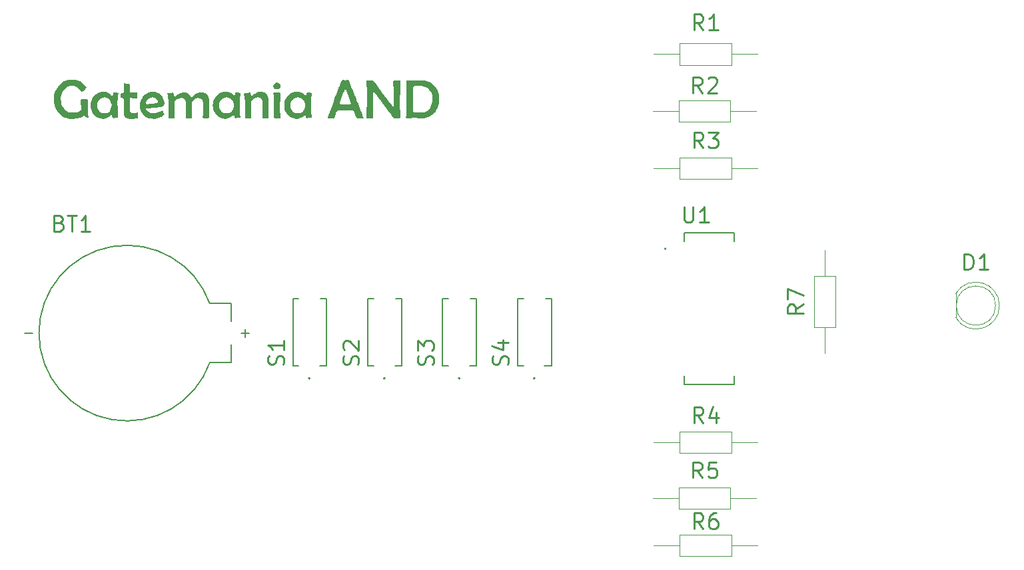
<source format=gbr>
%TF.GenerationSoftware,KiCad,Pcbnew,8.0.2*%
%TF.CreationDate,2024-05-23T15:12:35+02:00*%
%TF.ProjectId,gatemania_and,67617465-6d61-46e6-9961-5f616e642e6b,1.0*%
%TF.SameCoordinates,Original*%
%TF.FileFunction,Legend,Top*%
%TF.FilePolarity,Positive*%
%FSLAX46Y46*%
G04 Gerber Fmt 4.6, Leading zero omitted, Abs format (unit mm)*
G04 Created by KiCad (PCBNEW 8.0.2) date 2024-05-23 15:12:35*
%MOMM*%
%LPD*%
G01*
G04 APERTURE LIST*
%ADD10C,0.100000*%
%ADD11C,0.250000*%
%ADD12C,0.120000*%
%ADD13C,0.127000*%
%ADD14C,0.200000*%
G04 APERTURE END LIST*
D10*
G36*
X82061235Y-74493684D02*
G01*
X81975750Y-74571842D01*
X81737624Y-74481301D01*
X81725401Y-74475366D01*
X81504652Y-74357746D01*
X81473831Y-74337369D01*
X81228452Y-74470176D01*
X80966760Y-74575505D01*
X80688752Y-74653358D01*
X80444617Y-74697245D01*
X80189151Y-74722051D01*
X79976622Y-74728157D01*
X79729708Y-74716384D01*
X79436736Y-74668555D01*
X79161175Y-74583935D01*
X78903027Y-74462523D01*
X78662290Y-74304320D01*
X78438965Y-74109325D01*
X78313328Y-73974668D01*
X78135310Y-73744575D01*
X77987464Y-73499277D01*
X77869791Y-73238773D01*
X77782291Y-72963064D01*
X77724963Y-72672149D01*
X77700825Y-72428469D01*
X77695394Y-72239323D01*
X77704896Y-71982620D01*
X77733404Y-71736411D01*
X77795765Y-71443409D01*
X77887821Y-71166806D01*
X78009573Y-70906600D01*
X78161020Y-70662792D01*
X78303558Y-70479553D01*
X78513777Y-70262483D01*
X78742957Y-70082205D01*
X78991100Y-69938718D01*
X79258205Y-69832023D01*
X79544272Y-69762119D01*
X79786778Y-69732686D01*
X79976622Y-69726064D01*
X80238496Y-69741100D01*
X80495333Y-69786209D01*
X80747132Y-69861390D01*
X80993893Y-69966643D01*
X81226382Y-70098000D01*
X81434141Y-70251491D01*
X81617171Y-70427117D01*
X81775471Y-70624877D01*
X81820655Y-70721353D01*
X81670836Y-70925048D01*
X81575191Y-71029099D01*
X81400148Y-71206915D01*
X81291870Y-71289218D01*
X81104108Y-71111045D01*
X81081821Y-71086496D01*
X80906645Y-70905413D01*
X80713033Y-70744556D01*
X80662944Y-70710362D01*
X80444836Y-70594946D01*
X80199658Y-70523676D01*
X80010816Y-70507641D01*
X79738216Y-70533762D01*
X79487821Y-70612126D01*
X79259633Y-70742733D01*
X79053651Y-70925582D01*
X78945917Y-71053524D01*
X78798881Y-71280042D01*
X78687959Y-71523624D01*
X78613152Y-71784270D01*
X78574458Y-72061979D01*
X78568562Y-72228332D01*
X78587145Y-72510073D01*
X78642894Y-72777205D01*
X78735809Y-73029728D01*
X78865889Y-73267642D01*
X78956908Y-73397034D01*
X79122960Y-73583794D01*
X79335896Y-73752844D01*
X79569519Y-73869300D01*
X79823828Y-73933163D01*
X80018143Y-73946580D01*
X80288331Y-73929809D01*
X80548584Y-73879494D01*
X80798903Y-73795637D01*
X81039288Y-73678237D01*
X81172191Y-73596092D01*
X81150037Y-73339222D01*
X81125708Y-73065951D01*
X81113572Y-72930530D01*
X81089933Y-72669393D01*
X81075336Y-72424673D01*
X81072051Y-72268632D01*
X81147766Y-72210013D01*
X81343161Y-72218562D01*
X81539776Y-72227110D01*
X81738834Y-72219783D01*
X81937892Y-72212456D01*
X82009944Y-72326029D01*
X82005135Y-72581797D01*
X82001395Y-72698499D01*
X81994258Y-72948974D01*
X81992847Y-73069748D01*
X81996892Y-73346201D01*
X82007068Y-73624912D01*
X82020721Y-73891156D01*
X82038925Y-74182644D01*
X82057571Y-74444836D01*
X82061235Y-74493684D01*
G37*
G36*
X84263771Y-71312116D02*
G01*
X84501526Y-71380809D01*
X84722337Y-71495298D01*
X84926203Y-71655582D01*
X85092999Y-71839623D01*
X85108164Y-71855861D01*
X85128925Y-71866852D01*
X85187543Y-71617725D01*
X85256007Y-71383022D01*
X85284019Y-71367376D01*
X85541256Y-71383499D01*
X85630844Y-71391800D01*
X85873274Y-71427101D01*
X85912944Y-71445533D01*
X85903175Y-71507815D01*
X85864475Y-71752416D01*
X85826694Y-72031769D01*
X85798358Y-72295665D01*
X85779467Y-72544106D01*
X85769366Y-72814419D01*
X85768841Y-72887787D01*
X85782949Y-73162869D01*
X85798978Y-73456648D01*
X85813003Y-73711032D01*
X85829699Y-74012243D01*
X85843974Y-74268880D01*
X85854326Y-74454605D01*
X85857990Y-74503454D01*
X85766399Y-74604815D01*
X85516728Y-74623871D01*
X85481856Y-74628018D01*
X85236773Y-74649227D01*
X85198534Y-74650000D01*
X85098394Y-74415526D01*
X85033670Y-74181053D01*
X84848046Y-74321493D01*
X84652346Y-74473229D01*
X84470690Y-74584054D01*
X84232635Y-74682562D01*
X83978094Y-74726891D01*
X83927250Y-74728157D01*
X83646001Y-74703088D01*
X83384621Y-74627879D01*
X83143109Y-74502532D01*
X82921466Y-74327046D01*
X82803733Y-74204256D01*
X82635284Y-73977788D01*
X82508209Y-73735425D01*
X82422507Y-73477166D01*
X82378178Y-73203013D01*
X82371423Y-73039218D01*
X82372868Y-73013572D01*
X83157885Y-73013572D01*
X83189199Y-73278776D01*
X83283141Y-73518583D01*
X83422889Y-73714549D01*
X83607454Y-73878125D01*
X83841882Y-73988085D01*
X84083549Y-74024435D01*
X84109211Y-74024738D01*
X84369994Y-73987219D01*
X84599896Y-73874662D01*
X84782100Y-73707222D01*
X84926718Y-73491370D01*
X85011307Y-73251852D01*
X85036113Y-73013572D01*
X85011664Y-72768566D01*
X84928296Y-72525507D01*
X84785764Y-72310153D01*
X84605825Y-72142713D01*
X84374835Y-72030156D01*
X84109211Y-71992637D01*
X83864825Y-72023287D01*
X83627406Y-72127802D01*
X83440121Y-72287180D01*
X83422889Y-72306489D01*
X83272013Y-72525582D01*
X83183764Y-72769783D01*
X83157885Y-73013572D01*
X82372868Y-73013572D01*
X82386750Y-72767178D01*
X82432732Y-72513428D01*
X82509368Y-72277967D01*
X82637520Y-72026379D01*
X82807397Y-71799685D01*
X82988804Y-71626206D01*
X83226058Y-71469178D01*
X83451372Y-71373465D01*
X83696951Y-71313645D01*
X83962794Y-71289716D01*
X84009071Y-71289218D01*
X84263771Y-71312116D01*
G37*
G36*
X88365143Y-74024738D02*
G01*
X88352536Y-74276987D01*
X88351709Y-74287299D01*
X88332421Y-74530924D01*
X88330949Y-74553524D01*
X88319958Y-74650000D01*
X88255233Y-74670760D01*
X87999065Y-74705736D01*
X87747207Y-74721375D01*
X87480353Y-74727653D01*
X87369853Y-74728157D01*
X87096768Y-74702225D01*
X86849580Y-74606422D01*
X86661246Y-74410494D01*
X86578850Y-74163422D01*
X86566294Y-73990544D01*
X86568183Y-73727162D01*
X86572079Y-73474854D01*
X86577327Y-73211167D01*
X86579727Y-73102721D01*
X86584962Y-72857319D01*
X86589369Y-72611779D01*
X86592518Y-72357232D01*
X86593161Y-72213677D01*
X86452721Y-72061025D01*
X86202372Y-72057362D01*
X86131446Y-71818672D01*
X86130321Y-71750837D01*
X86143754Y-71523691D01*
X86253663Y-71415003D01*
X86422191Y-71411339D01*
X86579727Y-71272121D01*
X86575687Y-71018776D01*
X86571179Y-70859351D01*
X86564509Y-70603147D01*
X86562630Y-70442916D01*
X86626320Y-70203725D01*
X86659106Y-70195010D01*
X86925293Y-70225540D01*
X87193862Y-70259200D01*
X87303907Y-70273168D01*
X87383286Y-70350104D01*
X87374700Y-70600549D01*
X87361304Y-70808060D01*
X87345526Y-71061008D01*
X87339323Y-71267236D01*
X87432135Y-71367376D01*
X88256454Y-71367376D01*
X88313852Y-71413782D01*
X88301639Y-71563991D01*
X88290648Y-71717864D01*
X88293091Y-71896161D01*
X88296755Y-72075680D01*
X88201500Y-72148953D01*
X87945374Y-72130482D01*
X87785066Y-72109874D01*
X87542044Y-72080565D01*
X87369853Y-72070795D01*
X87328332Y-72263747D01*
X87316644Y-72511186D01*
X87312053Y-72757420D01*
X87311235Y-72937857D01*
X87311235Y-73442219D01*
X87324973Y-73689820D01*
X87366189Y-73848883D01*
X87561813Y-74007564D01*
X87705687Y-74024738D01*
X87956267Y-73996917D01*
X88018318Y-73985659D01*
X88267445Y-73949023D01*
X88323621Y-73946580D01*
X88365143Y-74024738D01*
G37*
G36*
X90521884Y-71311190D02*
G01*
X90773840Y-71377107D01*
X91005342Y-71486969D01*
X91216392Y-71640775D01*
X91327808Y-71748394D01*
X91492450Y-71953174D01*
X91616654Y-72176421D01*
X91700419Y-72418133D01*
X91743746Y-72678311D01*
X91750348Y-72835275D01*
X91672854Y-73070523D01*
X91530530Y-73165003D01*
X91259406Y-73215187D01*
X90989767Y-73248151D01*
X90709699Y-73278299D01*
X90462106Y-73303115D01*
X90182334Y-73329819D01*
X89870385Y-73358413D01*
X89526256Y-73388895D01*
X89404396Y-73399476D01*
X89500155Y-73629330D01*
X89685885Y-73812388D01*
X89737787Y-73847662D01*
X89967893Y-73962312D01*
X90211704Y-74018512D01*
X90328855Y-74024738D01*
X90594393Y-74005275D01*
X90848787Y-73946885D01*
X91092038Y-73849570D01*
X91324145Y-73713328D01*
X91435275Y-73633949D01*
X91470690Y-73641277D01*
X91591546Y-73862840D01*
X91598918Y-73876971D01*
X91710255Y-74095475D01*
X91719818Y-74121214D01*
X91664863Y-74199371D01*
X91465681Y-74379076D01*
X91246407Y-74521600D01*
X91007039Y-74626944D01*
X90747579Y-74695108D01*
X90468026Y-74726092D01*
X90370376Y-74728157D01*
X90082709Y-74711843D01*
X89817796Y-74662899D01*
X89575638Y-74581325D01*
X89356234Y-74467123D01*
X89159585Y-74320291D01*
X89099092Y-74264096D01*
X88938064Y-74079168D01*
X88792305Y-73835853D01*
X88703462Y-73603669D01*
X88647935Y-73349676D01*
X88625724Y-73073872D01*
X88625261Y-73025785D01*
X88640565Y-72782763D01*
X89394626Y-72782763D01*
X89517969Y-72852372D01*
X89784499Y-72843595D01*
X90038249Y-72821514D01*
X90311167Y-72785992D01*
X90560351Y-72744848D01*
X90734298Y-72711933D01*
X90933356Y-72617899D01*
X90869939Y-72372948D01*
X90708653Y-72183147D01*
X90501051Y-72052916D01*
X90254238Y-71994312D01*
X90201849Y-71992637D01*
X89956549Y-72032947D01*
X89734629Y-72153876D01*
X89640090Y-72236880D01*
X89481162Y-72444211D01*
X89400619Y-72689580D01*
X89394626Y-72782763D01*
X88640565Y-72782763D01*
X88641189Y-72772850D01*
X88688974Y-72532452D01*
X88784986Y-72267833D01*
X88924358Y-72020277D01*
X89078332Y-71821667D01*
X89264991Y-71640718D01*
X89466850Y-71497206D01*
X89721560Y-71377093D01*
X89996957Y-71307937D01*
X90249476Y-71289218D01*
X90521884Y-71311190D01*
G37*
G36*
X97432658Y-74526657D02*
G01*
X97353279Y-74657327D01*
X97196964Y-74647557D01*
X97036985Y-74636566D01*
X96862351Y-74643893D01*
X96686496Y-74650000D01*
X96615666Y-74496127D01*
X96619959Y-74250166D01*
X96626657Y-74046720D01*
X96635422Y-73798082D01*
X96638869Y-73596092D01*
X96638611Y-73311358D01*
X96637660Y-73044284D01*
X96635084Y-72784394D01*
X96631542Y-72672854D01*
X96590736Y-72418135D01*
X96487438Y-72208792D01*
X96254887Y-72093570D01*
X96009944Y-72070795D01*
X95764769Y-72126285D01*
X95539570Y-72255314D01*
X95522679Y-72267411D01*
X95339007Y-72433889D01*
X95231759Y-72660405D01*
X95230809Y-72672854D01*
X95222623Y-72923699D01*
X95218963Y-73189821D01*
X95217586Y-73443020D01*
X95217376Y-73605861D01*
X95222111Y-73852666D01*
X95230809Y-74087020D01*
X95239992Y-74337197D01*
X95244242Y-74568178D01*
X95183182Y-74657327D01*
X95002442Y-74647557D01*
X94822923Y-74636566D01*
X94660502Y-74643893D01*
X94499302Y-74650000D01*
X94430914Y-74554745D01*
X94434730Y-74296859D01*
X94440683Y-74082135D01*
X94448197Y-73835998D01*
X94451674Y-73609525D01*
X94451674Y-72820621D01*
X94438623Y-72572981D01*
X94375449Y-72324462D01*
X94358862Y-72293056D01*
X94168963Y-72126360D01*
X93927447Y-72072748D01*
X93860607Y-72070795D01*
X93607505Y-72119737D01*
X93382330Y-72223208D01*
X93345254Y-72244207D01*
X93144326Y-72387433D01*
X93016814Y-72603559D01*
X93015526Y-72627669D01*
X93015526Y-73582658D01*
X93016818Y-73833813D01*
X93019190Y-74071144D01*
X93021694Y-74322991D01*
X93022854Y-74554745D01*
X92943475Y-74650000D01*
X92304780Y-74650000D01*
X92236392Y-74555966D01*
X92236735Y-74302545D01*
X92237546Y-74030229D01*
X92238538Y-73772361D01*
X92238834Y-73702337D01*
X92240437Y-73435655D01*
X92241693Y-73178334D01*
X92242441Y-72925225D01*
X92242498Y-72849930D01*
X92236070Y-72569607D01*
X92216785Y-72289636D01*
X92184645Y-72010015D01*
X92139649Y-71730744D01*
X92108164Y-71571318D01*
X92098394Y-71498046D01*
X92128925Y-71445533D01*
X92385380Y-71425154D01*
X92500174Y-71415003D01*
X92746951Y-71380328D01*
X92840893Y-71369818D01*
X92867759Y-71367376D01*
X92940245Y-71612096D01*
X92944696Y-71645812D01*
X92988574Y-71891348D01*
X93008199Y-71924249D01*
X93180390Y-71778925D01*
X93383112Y-71628715D01*
X93585833Y-71512700D01*
X93822978Y-71418608D01*
X94078364Y-71370924D01*
X94169574Y-71367376D01*
X94445692Y-71390044D01*
X94681453Y-71458051D01*
X94905501Y-71594693D01*
X95074618Y-71793045D01*
X95175854Y-72012177D01*
X95349820Y-71819664D01*
X95552981Y-71654285D01*
X95704640Y-71559106D01*
X95935500Y-71449947D01*
X96185372Y-71382542D01*
X96371423Y-71367376D01*
X96630549Y-71384673D01*
X96880898Y-71446802D01*
X97104152Y-71570708D01*
X97250697Y-71728855D01*
X97357115Y-71973231D01*
X97404696Y-72213991D01*
X97423796Y-72469358D01*
X97425331Y-72575157D01*
X97420859Y-72821844D01*
X97418004Y-72917096D01*
X97412619Y-73167967D01*
X97411898Y-73257815D01*
X97414044Y-73502571D01*
X97418853Y-73765609D01*
X97421667Y-73892847D01*
X97427925Y-74158378D01*
X97431971Y-74407817D01*
X97432658Y-74526657D01*
G37*
G36*
X99773192Y-71312116D02*
G01*
X100010947Y-71380809D01*
X100231758Y-71495298D01*
X100435624Y-71655582D01*
X100602420Y-71839623D01*
X100617585Y-71855861D01*
X100638346Y-71866852D01*
X100696964Y-71617725D01*
X100765428Y-71383022D01*
X100793440Y-71367376D01*
X101050677Y-71383499D01*
X101140265Y-71391800D01*
X101382695Y-71427101D01*
X101422365Y-71445533D01*
X101412595Y-71507815D01*
X101373896Y-71752416D01*
X101336115Y-72031769D01*
X101307779Y-72295665D01*
X101288888Y-72544106D01*
X101278787Y-72814419D01*
X101278262Y-72887787D01*
X101292370Y-73162869D01*
X101308399Y-73456648D01*
X101322424Y-73711032D01*
X101339120Y-74012243D01*
X101353395Y-74268880D01*
X101363747Y-74454605D01*
X101367411Y-74503454D01*
X101275819Y-74604815D01*
X101026149Y-74623871D01*
X100991277Y-74628018D01*
X100746194Y-74649227D01*
X100707955Y-74650000D01*
X100607815Y-74415526D01*
X100543091Y-74181053D01*
X100357466Y-74321493D01*
X100161767Y-74473229D01*
X99980111Y-74584054D01*
X99742055Y-74682562D01*
X99487515Y-74726891D01*
X99436671Y-74728157D01*
X99155422Y-74703088D01*
X98894041Y-74627879D01*
X98652530Y-74502532D01*
X98430886Y-74327046D01*
X98313154Y-74204256D01*
X98144705Y-73977788D01*
X98017629Y-73735425D01*
X97931927Y-73477166D01*
X97887599Y-73203013D01*
X97880844Y-73039218D01*
X97882289Y-73013572D01*
X98667306Y-73013572D01*
X98698620Y-73278776D01*
X98792561Y-73518583D01*
X98932309Y-73714549D01*
X99116875Y-73878125D01*
X99351303Y-73988085D01*
X99592970Y-74024435D01*
X99618632Y-74024738D01*
X99879415Y-73987219D01*
X100109317Y-73874662D01*
X100291521Y-73707222D01*
X100436139Y-73491370D01*
X100520727Y-73251852D01*
X100545533Y-73013572D01*
X100521085Y-72768566D01*
X100437717Y-72525507D01*
X100295184Y-72310153D01*
X100115246Y-72142713D01*
X99884255Y-72030156D01*
X99618632Y-71992637D01*
X99374246Y-72023287D01*
X99136827Y-72127802D01*
X98949542Y-72287180D01*
X98932309Y-72306489D01*
X98781433Y-72525582D01*
X98693185Y-72769783D01*
X98667306Y-73013572D01*
X97882289Y-73013572D01*
X97896171Y-72767178D01*
X97942153Y-72513428D01*
X98018789Y-72277967D01*
X98146941Y-72026379D01*
X98316817Y-71799685D01*
X98498225Y-71626206D01*
X98735479Y-71469178D01*
X98960793Y-71373465D01*
X99206372Y-71313645D01*
X99472215Y-71289716D01*
X99518492Y-71289218D01*
X99773192Y-71312116D01*
G37*
G36*
X104988311Y-74581612D02*
G01*
X104918702Y-74657327D01*
X104673415Y-74655091D01*
X104580425Y-74653663D01*
X104333888Y-74650432D01*
X104243370Y-74650000D01*
X104181088Y-74552302D01*
X104184532Y-74293942D01*
X104190858Y-74046720D01*
X104197974Y-73799095D01*
X104201838Y-73549394D01*
X104201849Y-73538695D01*
X104200117Y-73288813D01*
X104198185Y-73133251D01*
X104195326Y-72884408D01*
X104194521Y-72727808D01*
X104178722Y-72470151D01*
X104108502Y-72225450D01*
X104082170Y-72181926D01*
X103869718Y-72034229D01*
X103618418Y-71993377D01*
X103572923Y-71992637D01*
X103322108Y-72050758D01*
X103095429Y-72157501D01*
X102886687Y-72296182D01*
X102773028Y-72490893D01*
X102773028Y-74570621D01*
X102708304Y-74657327D01*
X102455966Y-74654908D01*
X102377355Y-74653663D01*
X102127053Y-74650357D01*
X102047627Y-74650000D01*
X101975575Y-74570621D01*
X101976986Y-74305399D01*
X101979991Y-74040214D01*
X101983598Y-73789770D01*
X101984124Y-73756071D01*
X101987864Y-73500608D01*
X101990794Y-73253537D01*
X101992597Y-72990528D01*
X101992672Y-72936636D01*
X101987220Y-72665441D01*
X101970862Y-72402317D01*
X101943599Y-72147264D01*
X101905432Y-71900283D01*
X101847120Y-71622340D01*
X101837578Y-71583531D01*
X101827808Y-71538346D01*
X101872993Y-71490718D01*
X102120188Y-71450707D01*
X102265003Y-71427215D01*
X102507403Y-71388471D01*
X102652128Y-71367376D01*
X102680216Y-71421109D01*
X102716448Y-71666463D01*
X102759595Y-71836322D01*
X102966285Y-71684586D01*
X103176035Y-71537471D01*
X103229762Y-71500488D01*
X103452658Y-71389076D01*
X103692608Y-71314182D01*
X103927076Y-71289218D01*
X104189658Y-71307100D01*
X104441953Y-71371328D01*
X104664842Y-71499419D01*
X104808792Y-71662909D01*
X104908913Y-71891932D01*
X104959918Y-72138992D01*
X104981899Y-72403690D01*
X104984647Y-72551953D01*
X104980616Y-72800757D01*
X104978541Y-72879239D01*
X104974133Y-73128438D01*
X104973656Y-73207745D01*
X104975059Y-73452947D01*
X104978128Y-73706279D01*
X104980983Y-73895289D01*
X104984847Y-74158041D01*
X104987595Y-74415412D01*
X104988311Y-74581612D01*
G37*
G36*
X106513607Y-70550383D02*
G01*
X106458050Y-70793036D01*
X106249138Y-70949949D01*
X106043440Y-70976587D01*
X105791636Y-70934966D01*
X105603716Y-70756410D01*
X105565945Y-70550383D01*
X105642282Y-70310594D01*
X105713712Y-70235310D01*
X105939348Y-70126222D01*
X106043440Y-70116852D01*
X106282249Y-70174574D01*
X106374389Y-70238974D01*
X106502595Y-70448728D01*
X106513607Y-70550383D01*
G37*
G36*
X106489183Y-71433321D02*
G01*
X106483741Y-71696760D01*
X106472149Y-71960848D01*
X106458239Y-72210586D01*
X106456210Y-72244207D01*
X106442319Y-72497915D01*
X106431435Y-72743193D01*
X106424738Y-73004113D01*
X106424459Y-73057536D01*
X106426071Y-73305843D01*
X106429506Y-73553902D01*
X106434228Y-73819574D01*
X106439541Y-74084365D01*
X106443405Y-74330993D01*
X106445219Y-74576727D01*
X106382937Y-74650000D01*
X105712491Y-74650000D01*
X105641660Y-74507117D01*
X105643764Y-74250329D01*
X105648369Y-73983629D01*
X105652651Y-73784159D01*
X105658555Y-73531657D01*
X105663146Y-73274206D01*
X105664863Y-73057536D01*
X105658414Y-72791524D01*
X105644675Y-72526005D01*
X105628189Y-72275465D01*
X105625785Y-72241765D01*
X105608688Y-71987066D01*
X105595292Y-71741219D01*
X105587049Y-71480442D01*
X105586706Y-71427215D01*
X105658757Y-71367376D01*
X105849267Y-71385694D01*
X106043440Y-71402791D01*
X106236392Y-71385694D01*
X106430565Y-71367376D01*
X106489183Y-71433321D01*
G37*
G36*
X108849256Y-71312116D02*
G01*
X109087011Y-71380809D01*
X109307822Y-71495298D01*
X109511688Y-71655582D01*
X109678484Y-71839623D01*
X109693649Y-71855861D01*
X109714410Y-71866852D01*
X109773028Y-71617725D01*
X109841492Y-71383022D01*
X109869504Y-71367376D01*
X110126741Y-71383499D01*
X110216329Y-71391800D01*
X110458759Y-71427101D01*
X110498429Y-71445533D01*
X110488660Y-71507815D01*
X110449960Y-71752416D01*
X110412179Y-72031769D01*
X110383843Y-72295665D01*
X110364952Y-72544106D01*
X110354851Y-72814419D01*
X110354326Y-72887787D01*
X110368434Y-73162869D01*
X110384463Y-73456648D01*
X110398488Y-73711032D01*
X110415184Y-74012243D01*
X110429459Y-74268880D01*
X110439811Y-74454605D01*
X110443475Y-74503454D01*
X110351884Y-74604815D01*
X110102213Y-74623871D01*
X110067341Y-74628018D01*
X109822258Y-74649227D01*
X109784019Y-74650000D01*
X109683879Y-74415526D01*
X109619155Y-74181053D01*
X109433531Y-74321493D01*
X109237831Y-74473229D01*
X109056175Y-74584054D01*
X108818120Y-74682562D01*
X108563579Y-74726891D01*
X108512735Y-74728157D01*
X108231486Y-74703088D01*
X107970106Y-74627879D01*
X107728594Y-74502532D01*
X107506951Y-74327046D01*
X107389218Y-74204256D01*
X107220769Y-73977788D01*
X107093694Y-73735425D01*
X107007992Y-73477166D01*
X106963663Y-73203013D01*
X106956908Y-73039218D01*
X106958353Y-73013572D01*
X107743370Y-73013572D01*
X107774684Y-73278776D01*
X107868626Y-73518583D01*
X108008374Y-73714549D01*
X108192939Y-73878125D01*
X108427367Y-73988085D01*
X108669034Y-74024435D01*
X108694696Y-74024738D01*
X108955479Y-73987219D01*
X109185381Y-73874662D01*
X109367585Y-73707222D01*
X109512203Y-73491370D01*
X109596792Y-73251852D01*
X109621598Y-73013572D01*
X109597149Y-72768566D01*
X109513781Y-72525507D01*
X109371249Y-72310153D01*
X109191310Y-72142713D01*
X108960320Y-72030156D01*
X108694696Y-71992637D01*
X108450310Y-72023287D01*
X108212891Y-72127802D01*
X108025606Y-72287180D01*
X108008374Y-72306489D01*
X107857498Y-72525582D01*
X107769249Y-72769783D01*
X107743370Y-73013572D01*
X106958353Y-73013572D01*
X106972235Y-72767178D01*
X107018217Y-72513428D01*
X107094853Y-72277967D01*
X107223005Y-72026379D01*
X107392882Y-71799685D01*
X107574289Y-71626206D01*
X107811543Y-71469178D01*
X108036857Y-71373465D01*
X108282436Y-71313645D01*
X108548279Y-71289716D01*
X108594556Y-71289218D01*
X108849256Y-71312116D01*
G37*
G36*
X115193998Y-69868946D02*
G01*
X115292004Y-70111369D01*
X115390781Y-70361753D01*
X115492599Y-70621567D01*
X115582262Y-70851138D01*
X115683323Y-71110463D01*
X115795784Y-71399540D01*
X115919643Y-71718370D01*
X116008548Y-71947452D01*
X116133804Y-72268450D01*
X116250978Y-72568936D01*
X116360072Y-72848909D01*
X116461084Y-73108369D01*
X116554016Y-73347317D01*
X116678261Y-73667277D01*
X116784324Y-73941085D01*
X116897458Y-74234367D01*
X116993420Y-74485586D01*
X117042916Y-74621912D01*
X116959874Y-74650000D01*
X116769364Y-74642672D01*
X116578855Y-74635345D01*
X116382240Y-74642672D01*
X116186845Y-74650000D01*
X116045738Y-74446782D01*
X115959800Y-74192760D01*
X115941381Y-74129762D01*
X115857092Y-73880212D01*
X115724056Y-73663294D01*
X115637299Y-73633949D01*
X115387239Y-73629185D01*
X115132596Y-73627992D01*
X114975401Y-73627843D01*
X114431960Y-73627843D01*
X114179093Y-73628225D01*
X113930851Y-73629996D01*
X113785938Y-73633949D01*
X113617214Y-73838086D01*
X113532063Y-74099073D01*
X113523377Y-74130983D01*
X113450090Y-74381875D01*
X113356056Y-74608945D01*
X113308443Y-74650000D01*
X112536636Y-74650000D01*
X112467027Y-74604815D01*
X112515875Y-74459490D01*
X113128097Y-72772993D01*
X113999651Y-72772993D01*
X114199739Y-72919386D01*
X114260990Y-72926866D01*
X114521052Y-72930473D01*
X114596824Y-72930530D01*
X114950976Y-72930530D01*
X115209864Y-72914668D01*
X115434234Y-72806176D01*
X115441905Y-72768108D01*
X115382766Y-72520168D01*
X115295869Y-72266194D01*
X115205352Y-72022118D01*
X115132937Y-71833879D01*
X115043732Y-71606279D01*
X114948019Y-71368028D01*
X114851982Y-71138145D01*
X114743981Y-70899555D01*
X114710397Y-70833705D01*
X114583379Y-71165336D01*
X114468854Y-71465970D01*
X114366823Y-71735605D01*
X114277286Y-71974243D01*
X114177337Y-72244207D01*
X114083635Y-72504169D01*
X114005897Y-72741008D01*
X113999651Y-72772993D01*
X113128097Y-72772993D01*
X113357292Y-72141625D01*
X113451251Y-71900265D01*
X113551887Y-71646730D01*
X113658970Y-71378844D01*
X113759835Y-71127483D01*
X113874209Y-70843189D01*
X113968855Y-70608354D01*
X114002093Y-70525959D01*
X114099599Y-70288705D01*
X114194577Y-70042274D01*
X114263433Y-69857955D01*
X114352581Y-69770027D01*
X114545533Y-69787124D01*
X114737264Y-69804221D01*
X114924110Y-69785903D01*
X115108513Y-69766364D01*
X115193998Y-69868946D01*
G37*
G36*
X121726273Y-69879937D02*
G01*
X121724051Y-70135261D01*
X121718346Y-70416064D01*
X121710474Y-70703340D01*
X121701586Y-70980461D01*
X121698185Y-71079169D01*
X121689055Y-71365506D01*
X121681813Y-71623678D01*
X121675752Y-71889283D01*
X121671974Y-72145890D01*
X121671318Y-72280844D01*
X121671915Y-72552540D01*
X121673250Y-72822619D01*
X121675045Y-73097382D01*
X121677049Y-73361450D01*
X121677424Y-73408025D01*
X121679915Y-73676530D01*
X121682169Y-73956576D01*
X121683721Y-74200860D01*
X121684687Y-74462388D01*
X121684752Y-74536427D01*
X121599267Y-74650000D01*
X121444173Y-74640230D01*
X121290300Y-74629239D01*
X121121772Y-74640230D01*
X120953244Y-74650000D01*
X120805478Y-74532763D01*
X120659748Y-74335381D01*
X120500537Y-74120589D01*
X120327844Y-73888388D01*
X120141671Y-73638777D01*
X119942017Y-73371757D01*
X119728882Y-73087327D01*
X119579302Y-72888035D01*
X119423731Y-72681006D01*
X119262168Y-72466239D01*
X119094614Y-72243735D01*
X118921068Y-72013493D01*
X118741530Y-71775514D01*
X118556001Y-71529797D01*
X118398731Y-71326482D01*
X118284891Y-71190300D01*
X118250697Y-71331960D01*
X118251515Y-71591037D01*
X118253519Y-71853846D01*
X118256107Y-72101583D01*
X118259530Y-72375438D01*
X118263787Y-72675411D01*
X118267794Y-72934193D01*
X118271801Y-73192957D01*
X118276059Y-73492853D01*
X118279482Y-73766570D01*
X118282070Y-74014111D01*
X118284073Y-74276605D01*
X118284891Y-74535205D01*
X118216503Y-74650000D01*
X118036985Y-74640230D01*
X117858688Y-74629239D01*
X117675505Y-74640230D01*
X117491102Y-74650000D01*
X117405617Y-74580390D01*
X117408418Y-74335542D01*
X117415612Y-74066645D01*
X117425538Y-73791791D01*
X117436744Y-73526807D01*
X117441032Y-73432449D01*
X117453483Y-73158291D01*
X117463358Y-72911010D01*
X117471622Y-72656483D01*
X117476774Y-72410389D01*
X117477669Y-72280844D01*
X117475684Y-72029350D01*
X117470692Y-71740296D01*
X117465266Y-71494401D01*
X117458289Y-71215650D01*
X117451592Y-70968994D01*
X117445917Y-70770202D01*
X117438246Y-70517697D01*
X117427131Y-70246144D01*
X117415148Y-69988887D01*
X117411723Y-69919016D01*
X117408060Y-69873831D01*
X117491102Y-69817655D01*
X117742874Y-69810217D01*
X117841591Y-69804221D01*
X118023551Y-69804221D01*
X118201849Y-69804221D01*
X118308094Y-69889706D01*
X118463606Y-70102105D01*
X118633844Y-70333093D01*
X118818808Y-70582672D01*
X119018498Y-70850840D01*
X119232914Y-71137599D01*
X119384039Y-71339099D01*
X119541709Y-71548862D01*
X119705924Y-71766887D01*
X119876684Y-71993174D01*
X120053990Y-72227723D01*
X120237839Y-72470535D01*
X120428234Y-72721609D01*
X120625174Y-72980945D01*
X120726099Y-73113712D01*
X120860432Y-73267585D01*
X120879490Y-73008401D01*
X120884260Y-72758052D01*
X120884856Y-72605687D01*
X120882796Y-72353048D01*
X120877611Y-72086158D01*
X120870656Y-71823349D01*
X120861383Y-71529113D01*
X120851884Y-71259909D01*
X120842385Y-70990794D01*
X120834496Y-70743683D01*
X120827154Y-70476195D01*
X120821519Y-70204170D01*
X120818943Y-69946093D01*
X120818911Y-69917794D01*
X120887299Y-69804221D01*
X121074145Y-69815212D01*
X121262212Y-69824982D01*
X121457606Y-69815212D01*
X121654221Y-69804221D01*
X121726273Y-69879937D01*
G37*
G36*
X124302081Y-69811282D02*
G01*
X124571550Y-69832462D01*
X124822013Y-69867763D01*
X125108366Y-69931745D01*
X125365024Y-70017791D01*
X125591986Y-70125899D01*
X125789253Y-70256071D01*
X125986937Y-70432536D01*
X126161113Y-70637090D01*
X126311780Y-70869731D01*
X126424330Y-71096333D01*
X126438939Y-71130460D01*
X126533507Y-71389281D01*
X126601055Y-71654056D01*
X126641584Y-71924784D01*
X126655094Y-72201465D01*
X126641677Y-72498420D01*
X126601427Y-72782496D01*
X126534344Y-73053691D01*
X126440427Y-73312007D01*
X126319677Y-73557442D01*
X126172094Y-73789998D01*
X126105547Y-73879413D01*
X125910702Y-74101408D01*
X125699398Y-74285777D01*
X125471637Y-74432520D01*
X125227418Y-74541636D01*
X124966741Y-74613126D01*
X124689607Y-74646989D01*
X124574145Y-74650000D01*
X124315386Y-74645749D01*
X124057854Y-74637393D01*
X124035589Y-74636566D01*
X123774290Y-74627078D01*
X123521391Y-74621969D01*
X123498255Y-74621912D01*
X123249139Y-74627078D01*
X123012212Y-74636566D01*
X122759897Y-74645749D01*
X122526168Y-74650000D01*
X122440683Y-74563293D01*
X122443546Y-74290762D01*
X122449957Y-74018813D01*
X122458572Y-73741538D01*
X122468189Y-73474664D01*
X122469993Y-73427564D01*
X122479953Y-73156025D01*
X122487853Y-72911105D01*
X122494465Y-72659008D01*
X122498844Y-72388120D01*
X122499302Y-72286950D01*
X122498859Y-72235659D01*
X123299197Y-72235659D01*
X123301212Y-72490137D01*
X123305506Y-72744588D01*
X123311409Y-73017236D01*
X123316752Y-73261632D01*
X123321284Y-73521187D01*
X123323609Y-73782301D01*
X123323621Y-73798813D01*
X123536228Y-73929241D01*
X123735170Y-73949023D01*
X123996892Y-73946733D01*
X124237090Y-73946580D01*
X124489372Y-73936912D01*
X124738780Y-73900556D01*
X124866015Y-73864759D01*
X125090508Y-73751799D01*
X125280560Y-73596724D01*
X125383810Y-73483740D01*
X125529897Y-73279907D01*
X125645760Y-73059502D01*
X125731398Y-72822524D01*
X125786810Y-72568974D01*
X125811998Y-72298852D01*
X125813677Y-72205129D01*
X125798822Y-71936810D01*
X125754257Y-71687811D01*
X125664715Y-71421730D01*
X125534735Y-71181947D01*
X125391137Y-70997348D01*
X125184654Y-70809389D01*
X124949887Y-70667596D01*
X124686837Y-70571968D01*
X124438855Y-70526745D01*
X124216329Y-70514968D01*
X123957584Y-70514510D01*
X123712120Y-70510846D01*
X123725401Y-70507641D01*
X123480566Y-70538152D01*
X123323621Y-70655408D01*
X123321606Y-70913064D01*
X123317312Y-71170234D01*
X123311409Y-71445533D01*
X123306066Y-71692295D01*
X123301534Y-71954594D01*
X123299245Y-72201661D01*
X123299197Y-72235659D01*
X122498859Y-72235659D01*
X122497080Y-72029661D01*
X122492280Y-71785336D01*
X122484791Y-71502326D01*
X122476233Y-71228955D01*
X122471214Y-71081612D01*
X122462083Y-70794030D01*
X122454842Y-70534870D01*
X122448781Y-70268439D01*
X122445003Y-70011316D01*
X122444347Y-69876273D01*
X122533496Y-69804221D01*
X122781048Y-69806114D01*
X122913293Y-69807885D01*
X123157884Y-69810847D01*
X123293091Y-69811549D01*
X123550393Y-69809313D01*
X123649685Y-69807885D01*
X123894043Y-69804826D01*
X124013607Y-69804221D01*
X124302081Y-69811282D01*
G37*
D11*
X172912238Y-98333333D02*
X171959857Y-99000000D01*
X172912238Y-99476190D02*
X170912238Y-99476190D01*
X170912238Y-99476190D02*
X170912238Y-98714285D01*
X170912238Y-98714285D02*
X171007476Y-98523809D01*
X171007476Y-98523809D02*
X171102714Y-98428571D01*
X171102714Y-98428571D02*
X171293190Y-98333333D01*
X171293190Y-98333333D02*
X171578904Y-98333333D01*
X171578904Y-98333333D02*
X171769380Y-98428571D01*
X171769380Y-98428571D02*
X171864619Y-98523809D01*
X171864619Y-98523809D02*
X171959857Y-98714285D01*
X171959857Y-98714285D02*
X171959857Y-99476190D01*
X170912238Y-97666666D02*
X170912238Y-96333333D01*
X170912238Y-96333333D02*
X172912238Y-97190476D01*
X157769690Y-85912238D02*
X157769690Y-87531285D01*
X157769690Y-87531285D02*
X157864928Y-87721761D01*
X157864928Y-87721761D02*
X157960166Y-87817000D01*
X157960166Y-87817000D02*
X158150642Y-87912238D01*
X158150642Y-87912238D02*
X158531595Y-87912238D01*
X158531595Y-87912238D02*
X158722071Y-87817000D01*
X158722071Y-87817000D02*
X158817309Y-87721761D01*
X158817309Y-87721761D02*
X158912547Y-87531285D01*
X158912547Y-87531285D02*
X158912547Y-85912238D01*
X160912547Y-87912238D02*
X159769690Y-87912238D01*
X160341118Y-87912238D02*
X160341118Y-85912238D01*
X160341118Y-85912238D02*
X160150642Y-86197952D01*
X160150642Y-86197952D02*
X159960166Y-86388428D01*
X159960166Y-86388428D02*
X159769690Y-86483666D01*
X135317000Y-106023809D02*
X135412238Y-105738095D01*
X135412238Y-105738095D02*
X135412238Y-105261904D01*
X135412238Y-105261904D02*
X135317000Y-105071428D01*
X135317000Y-105071428D02*
X135221761Y-104976190D01*
X135221761Y-104976190D02*
X135031285Y-104880952D01*
X135031285Y-104880952D02*
X134840809Y-104880952D01*
X134840809Y-104880952D02*
X134650333Y-104976190D01*
X134650333Y-104976190D02*
X134555095Y-105071428D01*
X134555095Y-105071428D02*
X134459857Y-105261904D01*
X134459857Y-105261904D02*
X134364619Y-105642857D01*
X134364619Y-105642857D02*
X134269380Y-105833333D01*
X134269380Y-105833333D02*
X134174142Y-105928571D01*
X134174142Y-105928571D02*
X133983666Y-106023809D01*
X133983666Y-106023809D02*
X133793190Y-106023809D01*
X133793190Y-106023809D02*
X133602714Y-105928571D01*
X133602714Y-105928571D02*
X133507476Y-105833333D01*
X133507476Y-105833333D02*
X133412238Y-105642857D01*
X133412238Y-105642857D02*
X133412238Y-105166666D01*
X133412238Y-105166666D02*
X133507476Y-104880952D01*
X134078904Y-103166666D02*
X135412238Y-103166666D01*
X133317000Y-103642857D02*
X134745571Y-104119047D01*
X134745571Y-104119047D02*
X134745571Y-102880952D01*
X106817000Y-106023809D02*
X106912238Y-105738095D01*
X106912238Y-105738095D02*
X106912238Y-105261904D01*
X106912238Y-105261904D02*
X106817000Y-105071428D01*
X106817000Y-105071428D02*
X106721761Y-104976190D01*
X106721761Y-104976190D02*
X106531285Y-104880952D01*
X106531285Y-104880952D02*
X106340809Y-104880952D01*
X106340809Y-104880952D02*
X106150333Y-104976190D01*
X106150333Y-104976190D02*
X106055095Y-105071428D01*
X106055095Y-105071428D02*
X105959857Y-105261904D01*
X105959857Y-105261904D02*
X105864619Y-105642857D01*
X105864619Y-105642857D02*
X105769380Y-105833333D01*
X105769380Y-105833333D02*
X105674142Y-105928571D01*
X105674142Y-105928571D02*
X105483666Y-106023809D01*
X105483666Y-106023809D02*
X105293190Y-106023809D01*
X105293190Y-106023809D02*
X105102714Y-105928571D01*
X105102714Y-105928571D02*
X105007476Y-105833333D01*
X105007476Y-105833333D02*
X104912238Y-105642857D01*
X104912238Y-105642857D02*
X104912238Y-105166666D01*
X104912238Y-105166666D02*
X105007476Y-104880952D01*
X106912238Y-102976190D02*
X106912238Y-104119047D01*
X106912238Y-103547619D02*
X104912238Y-103547619D01*
X104912238Y-103547619D02*
X105197952Y-103738095D01*
X105197952Y-103738095D02*
X105388428Y-103928571D01*
X105388428Y-103928571D02*
X105483666Y-104119047D01*
X125817000Y-106023809D02*
X125912238Y-105738095D01*
X125912238Y-105738095D02*
X125912238Y-105261904D01*
X125912238Y-105261904D02*
X125817000Y-105071428D01*
X125817000Y-105071428D02*
X125721761Y-104976190D01*
X125721761Y-104976190D02*
X125531285Y-104880952D01*
X125531285Y-104880952D02*
X125340809Y-104880952D01*
X125340809Y-104880952D02*
X125150333Y-104976190D01*
X125150333Y-104976190D02*
X125055095Y-105071428D01*
X125055095Y-105071428D02*
X124959857Y-105261904D01*
X124959857Y-105261904D02*
X124864619Y-105642857D01*
X124864619Y-105642857D02*
X124769380Y-105833333D01*
X124769380Y-105833333D02*
X124674142Y-105928571D01*
X124674142Y-105928571D02*
X124483666Y-106023809D01*
X124483666Y-106023809D02*
X124293190Y-106023809D01*
X124293190Y-106023809D02*
X124102714Y-105928571D01*
X124102714Y-105928571D02*
X124007476Y-105833333D01*
X124007476Y-105833333D02*
X123912238Y-105642857D01*
X123912238Y-105642857D02*
X123912238Y-105166666D01*
X123912238Y-105166666D02*
X124007476Y-104880952D01*
X123912238Y-104214285D02*
X123912238Y-102976190D01*
X123912238Y-102976190D02*
X124674142Y-103642857D01*
X124674142Y-103642857D02*
X124674142Y-103357142D01*
X124674142Y-103357142D02*
X124769380Y-103166666D01*
X124769380Y-103166666D02*
X124864619Y-103071428D01*
X124864619Y-103071428D02*
X125055095Y-102976190D01*
X125055095Y-102976190D02*
X125531285Y-102976190D01*
X125531285Y-102976190D02*
X125721761Y-103071428D01*
X125721761Y-103071428D02*
X125817000Y-103166666D01*
X125817000Y-103166666D02*
X125912238Y-103357142D01*
X125912238Y-103357142D02*
X125912238Y-103928571D01*
X125912238Y-103928571D02*
X125817000Y-104119047D01*
X125817000Y-104119047D02*
X125721761Y-104214285D01*
X160166666Y-113412238D02*
X159499999Y-112459857D01*
X159023809Y-113412238D02*
X159023809Y-111412238D01*
X159023809Y-111412238D02*
X159785714Y-111412238D01*
X159785714Y-111412238D02*
X159976190Y-111507476D01*
X159976190Y-111507476D02*
X160071428Y-111602714D01*
X160071428Y-111602714D02*
X160166666Y-111793190D01*
X160166666Y-111793190D02*
X160166666Y-112078904D01*
X160166666Y-112078904D02*
X160071428Y-112269380D01*
X160071428Y-112269380D02*
X159976190Y-112364619D01*
X159976190Y-112364619D02*
X159785714Y-112459857D01*
X159785714Y-112459857D02*
X159023809Y-112459857D01*
X161880952Y-112078904D02*
X161880952Y-113412238D01*
X161404761Y-111317000D02*
X160928571Y-112745571D01*
X160928571Y-112745571D02*
X162166666Y-112745571D01*
X193383809Y-93912238D02*
X193383809Y-91912238D01*
X193383809Y-91912238D02*
X193859999Y-91912238D01*
X193859999Y-91912238D02*
X194145714Y-92007476D01*
X194145714Y-92007476D02*
X194336190Y-92197952D01*
X194336190Y-92197952D02*
X194431428Y-92388428D01*
X194431428Y-92388428D02*
X194526666Y-92769380D01*
X194526666Y-92769380D02*
X194526666Y-93055095D01*
X194526666Y-93055095D02*
X194431428Y-93436047D01*
X194431428Y-93436047D02*
X194336190Y-93626523D01*
X194336190Y-93626523D02*
X194145714Y-93817000D01*
X194145714Y-93817000D02*
X193859999Y-93912238D01*
X193859999Y-93912238D02*
X193383809Y-93912238D01*
X196431428Y-93912238D02*
X195288571Y-93912238D01*
X195859999Y-93912238D02*
X195859999Y-91912238D01*
X195859999Y-91912238D02*
X195669523Y-92197952D01*
X195669523Y-92197952D02*
X195479047Y-92388428D01*
X195479047Y-92388428D02*
X195288571Y-92483666D01*
X160166666Y-78412238D02*
X159499999Y-77459857D01*
X159023809Y-78412238D02*
X159023809Y-76412238D01*
X159023809Y-76412238D02*
X159785714Y-76412238D01*
X159785714Y-76412238D02*
X159976190Y-76507476D01*
X159976190Y-76507476D02*
X160071428Y-76602714D01*
X160071428Y-76602714D02*
X160166666Y-76793190D01*
X160166666Y-76793190D02*
X160166666Y-77078904D01*
X160166666Y-77078904D02*
X160071428Y-77269380D01*
X160071428Y-77269380D02*
X159976190Y-77364619D01*
X159976190Y-77364619D02*
X159785714Y-77459857D01*
X159785714Y-77459857D02*
X159023809Y-77459857D01*
X160833333Y-76412238D02*
X162071428Y-76412238D01*
X162071428Y-76412238D02*
X161404761Y-77174142D01*
X161404761Y-77174142D02*
X161690476Y-77174142D01*
X161690476Y-77174142D02*
X161880952Y-77269380D01*
X161880952Y-77269380D02*
X161976190Y-77364619D01*
X161976190Y-77364619D02*
X162071428Y-77555095D01*
X162071428Y-77555095D02*
X162071428Y-78031285D01*
X162071428Y-78031285D02*
X161976190Y-78221761D01*
X161976190Y-78221761D02*
X161880952Y-78317000D01*
X161880952Y-78317000D02*
X161690476Y-78412238D01*
X161690476Y-78412238D02*
X161119047Y-78412238D01*
X161119047Y-78412238D02*
X160928571Y-78317000D01*
X160928571Y-78317000D02*
X160833333Y-78221761D01*
X160166666Y-63412238D02*
X159499999Y-62459857D01*
X159023809Y-63412238D02*
X159023809Y-61412238D01*
X159023809Y-61412238D02*
X159785714Y-61412238D01*
X159785714Y-61412238D02*
X159976190Y-61507476D01*
X159976190Y-61507476D02*
X160071428Y-61602714D01*
X160071428Y-61602714D02*
X160166666Y-61793190D01*
X160166666Y-61793190D02*
X160166666Y-62078904D01*
X160166666Y-62078904D02*
X160071428Y-62269380D01*
X160071428Y-62269380D02*
X159976190Y-62364619D01*
X159976190Y-62364619D02*
X159785714Y-62459857D01*
X159785714Y-62459857D02*
X159023809Y-62459857D01*
X162071428Y-63412238D02*
X160928571Y-63412238D01*
X161499999Y-63412238D02*
X161499999Y-61412238D01*
X161499999Y-61412238D02*
X161309523Y-61697952D01*
X161309523Y-61697952D02*
X161119047Y-61888428D01*
X161119047Y-61888428D02*
X160928571Y-61983666D01*
X160046666Y-120412238D02*
X159379999Y-119459857D01*
X158903809Y-120412238D02*
X158903809Y-118412238D01*
X158903809Y-118412238D02*
X159665714Y-118412238D01*
X159665714Y-118412238D02*
X159856190Y-118507476D01*
X159856190Y-118507476D02*
X159951428Y-118602714D01*
X159951428Y-118602714D02*
X160046666Y-118793190D01*
X160046666Y-118793190D02*
X160046666Y-119078904D01*
X160046666Y-119078904D02*
X159951428Y-119269380D01*
X159951428Y-119269380D02*
X159856190Y-119364619D01*
X159856190Y-119364619D02*
X159665714Y-119459857D01*
X159665714Y-119459857D02*
X158903809Y-119459857D01*
X161856190Y-118412238D02*
X160903809Y-118412238D01*
X160903809Y-118412238D02*
X160808571Y-119364619D01*
X160808571Y-119364619D02*
X160903809Y-119269380D01*
X160903809Y-119269380D02*
X161094285Y-119174142D01*
X161094285Y-119174142D02*
X161570476Y-119174142D01*
X161570476Y-119174142D02*
X161760952Y-119269380D01*
X161760952Y-119269380D02*
X161856190Y-119364619D01*
X161856190Y-119364619D02*
X161951428Y-119555095D01*
X161951428Y-119555095D02*
X161951428Y-120031285D01*
X161951428Y-120031285D02*
X161856190Y-120221761D01*
X161856190Y-120221761D02*
X161760952Y-120317000D01*
X161760952Y-120317000D02*
X161570476Y-120412238D01*
X161570476Y-120412238D02*
X161094285Y-120412238D01*
X161094285Y-120412238D02*
X160903809Y-120317000D01*
X160903809Y-120317000D02*
X160808571Y-120221761D01*
X160046666Y-71412238D02*
X159379999Y-70459857D01*
X158903809Y-71412238D02*
X158903809Y-69412238D01*
X158903809Y-69412238D02*
X159665714Y-69412238D01*
X159665714Y-69412238D02*
X159856190Y-69507476D01*
X159856190Y-69507476D02*
X159951428Y-69602714D01*
X159951428Y-69602714D02*
X160046666Y-69793190D01*
X160046666Y-69793190D02*
X160046666Y-70078904D01*
X160046666Y-70078904D02*
X159951428Y-70269380D01*
X159951428Y-70269380D02*
X159856190Y-70364619D01*
X159856190Y-70364619D02*
X159665714Y-70459857D01*
X159665714Y-70459857D02*
X158903809Y-70459857D01*
X160808571Y-69602714D02*
X160903809Y-69507476D01*
X160903809Y-69507476D02*
X161094285Y-69412238D01*
X161094285Y-69412238D02*
X161570476Y-69412238D01*
X161570476Y-69412238D02*
X161760952Y-69507476D01*
X161760952Y-69507476D02*
X161856190Y-69602714D01*
X161856190Y-69602714D02*
X161951428Y-69793190D01*
X161951428Y-69793190D02*
X161951428Y-69983666D01*
X161951428Y-69983666D02*
X161856190Y-70269380D01*
X161856190Y-70269380D02*
X160713333Y-71412238D01*
X160713333Y-71412238D02*
X161951428Y-71412238D01*
X160166666Y-126912238D02*
X159499999Y-125959857D01*
X159023809Y-126912238D02*
X159023809Y-124912238D01*
X159023809Y-124912238D02*
X159785714Y-124912238D01*
X159785714Y-124912238D02*
X159976190Y-125007476D01*
X159976190Y-125007476D02*
X160071428Y-125102714D01*
X160071428Y-125102714D02*
X160166666Y-125293190D01*
X160166666Y-125293190D02*
X160166666Y-125578904D01*
X160166666Y-125578904D02*
X160071428Y-125769380D01*
X160071428Y-125769380D02*
X159976190Y-125864619D01*
X159976190Y-125864619D02*
X159785714Y-125959857D01*
X159785714Y-125959857D02*
X159023809Y-125959857D01*
X161880952Y-124912238D02*
X161499999Y-124912238D01*
X161499999Y-124912238D02*
X161309523Y-125007476D01*
X161309523Y-125007476D02*
X161214285Y-125102714D01*
X161214285Y-125102714D02*
X161023809Y-125388428D01*
X161023809Y-125388428D02*
X160928571Y-125769380D01*
X160928571Y-125769380D02*
X160928571Y-126531285D01*
X160928571Y-126531285D02*
X161023809Y-126721761D01*
X161023809Y-126721761D02*
X161119047Y-126817000D01*
X161119047Y-126817000D02*
X161309523Y-126912238D01*
X161309523Y-126912238D02*
X161690476Y-126912238D01*
X161690476Y-126912238D02*
X161880952Y-126817000D01*
X161880952Y-126817000D02*
X161976190Y-126721761D01*
X161976190Y-126721761D02*
X162071428Y-126531285D01*
X162071428Y-126531285D02*
X162071428Y-126055095D01*
X162071428Y-126055095D02*
X161976190Y-125864619D01*
X161976190Y-125864619D02*
X161880952Y-125769380D01*
X161880952Y-125769380D02*
X161690476Y-125674142D01*
X161690476Y-125674142D02*
X161309523Y-125674142D01*
X161309523Y-125674142D02*
X161119047Y-125769380D01*
X161119047Y-125769380D02*
X161023809Y-125864619D01*
X161023809Y-125864619D02*
X160928571Y-126055095D01*
X78373571Y-87975619D02*
X78659285Y-88070857D01*
X78659285Y-88070857D02*
X78754523Y-88166095D01*
X78754523Y-88166095D02*
X78849761Y-88356571D01*
X78849761Y-88356571D02*
X78849761Y-88642285D01*
X78849761Y-88642285D02*
X78754523Y-88832761D01*
X78754523Y-88832761D02*
X78659285Y-88928000D01*
X78659285Y-88928000D02*
X78468809Y-89023238D01*
X78468809Y-89023238D02*
X77706904Y-89023238D01*
X77706904Y-89023238D02*
X77706904Y-87023238D01*
X77706904Y-87023238D02*
X78373571Y-87023238D01*
X78373571Y-87023238D02*
X78564047Y-87118476D01*
X78564047Y-87118476D02*
X78659285Y-87213714D01*
X78659285Y-87213714D02*
X78754523Y-87404190D01*
X78754523Y-87404190D02*
X78754523Y-87594666D01*
X78754523Y-87594666D02*
X78659285Y-87785142D01*
X78659285Y-87785142D02*
X78564047Y-87880380D01*
X78564047Y-87880380D02*
X78373571Y-87975619D01*
X78373571Y-87975619D02*
X77706904Y-87975619D01*
X79421190Y-87023238D02*
X80564047Y-87023238D01*
X79992618Y-89023238D02*
X79992618Y-87023238D01*
X82278333Y-89023238D02*
X81135476Y-89023238D01*
X81706904Y-89023238D02*
X81706904Y-87023238D01*
X81706904Y-87023238D02*
X81516428Y-87308952D01*
X81516428Y-87308952D02*
X81325952Y-87499428D01*
X81325952Y-87499428D02*
X81135476Y-87594666D01*
X116317000Y-106023809D02*
X116412238Y-105738095D01*
X116412238Y-105738095D02*
X116412238Y-105261904D01*
X116412238Y-105261904D02*
X116317000Y-105071428D01*
X116317000Y-105071428D02*
X116221761Y-104976190D01*
X116221761Y-104976190D02*
X116031285Y-104880952D01*
X116031285Y-104880952D02*
X115840809Y-104880952D01*
X115840809Y-104880952D02*
X115650333Y-104976190D01*
X115650333Y-104976190D02*
X115555095Y-105071428D01*
X115555095Y-105071428D02*
X115459857Y-105261904D01*
X115459857Y-105261904D02*
X115364619Y-105642857D01*
X115364619Y-105642857D02*
X115269380Y-105833333D01*
X115269380Y-105833333D02*
X115174142Y-105928571D01*
X115174142Y-105928571D02*
X114983666Y-106023809D01*
X114983666Y-106023809D02*
X114793190Y-106023809D01*
X114793190Y-106023809D02*
X114602714Y-105928571D01*
X114602714Y-105928571D02*
X114507476Y-105833333D01*
X114507476Y-105833333D02*
X114412238Y-105642857D01*
X114412238Y-105642857D02*
X114412238Y-105166666D01*
X114412238Y-105166666D02*
X114507476Y-104880952D01*
X114602714Y-104119047D02*
X114507476Y-104023809D01*
X114507476Y-104023809D02*
X114412238Y-103833333D01*
X114412238Y-103833333D02*
X114412238Y-103357142D01*
X114412238Y-103357142D02*
X114507476Y-103166666D01*
X114507476Y-103166666D02*
X114602714Y-103071428D01*
X114602714Y-103071428D02*
X114793190Y-102976190D01*
X114793190Y-102976190D02*
X114983666Y-102976190D01*
X114983666Y-102976190D02*
X115269380Y-103071428D01*
X115269380Y-103071428D02*
X116412238Y-104214285D01*
X116412238Y-104214285D02*
X116412238Y-102976190D01*
D12*
%TO.C,R7*%
X174260000Y-94730000D02*
X174260000Y-101270000D01*
X174260000Y-101270000D02*
X177000000Y-101270000D01*
X175630000Y-91420000D02*
X175630000Y-94730000D01*
X175630000Y-104580000D02*
X175630000Y-101270000D01*
X177000000Y-94730000D02*
X174260000Y-94730000D01*
X177000000Y-101270000D02*
X177000000Y-94730000D01*
D13*
%TO.C,U1*%
X157787500Y-89227500D02*
X157787500Y-90316000D01*
X157787500Y-89227500D02*
X164137500Y-89227500D01*
X157787500Y-108532500D02*
X157787500Y-107444000D01*
X157787500Y-108532500D02*
X164137500Y-108532500D01*
X164137500Y-89227500D02*
X164137500Y-90316000D01*
X164137500Y-108532500D02*
X164137500Y-107444000D01*
D14*
X155468500Y-91260000D02*
G75*
G02*
X155268500Y-91260000I-100000J0D01*
G01*
X155268500Y-91260000D02*
G75*
G02*
X155468500Y-91260000I100000J0D01*
G01*
D13*
%TO.C,S4*%
X136600000Y-97600000D02*
X136600000Y-106200000D01*
X136600000Y-106200000D02*
X137350000Y-106200000D01*
X137350000Y-97600000D02*
X136600000Y-97600000D01*
X140050000Y-106200000D02*
X140900000Y-106200000D01*
X140900000Y-97600000D02*
X140150000Y-97600000D01*
X140900000Y-106200000D02*
X140900000Y-97600000D01*
D14*
X138800000Y-107750000D02*
G75*
G02*
X138600000Y-107750000I-100000J0D01*
G01*
X138600000Y-107750000D02*
G75*
G02*
X138800000Y-107750000I100000J0D01*
G01*
D13*
%TO.C,S1*%
X108050000Y-97600000D02*
X108050000Y-106200000D01*
X108050000Y-106200000D02*
X108800000Y-106200000D01*
X108800000Y-97600000D02*
X108050000Y-97600000D01*
X111500000Y-106200000D02*
X112350000Y-106200000D01*
X112350000Y-97600000D02*
X111600000Y-97600000D01*
X112350000Y-106200000D02*
X112350000Y-97600000D01*
D14*
X110250000Y-107750000D02*
G75*
G02*
X110050000Y-107750000I-100000J0D01*
G01*
X110050000Y-107750000D02*
G75*
G02*
X110250000Y-107750000I100000J0D01*
G01*
D13*
%TO.C,S3*%
X127083332Y-97600000D02*
X127083332Y-106200000D01*
X127083332Y-106200000D02*
X127833332Y-106200000D01*
X127833332Y-97600000D02*
X127083332Y-97600000D01*
X130533332Y-106200000D02*
X131383332Y-106200000D01*
X131383332Y-97600000D02*
X130633332Y-97600000D01*
X131383332Y-106200000D02*
X131383332Y-97600000D01*
D14*
X129283332Y-107750000D02*
G75*
G02*
X129083332Y-107750000I-100000J0D01*
G01*
X129083332Y-107750000D02*
G75*
G02*
X129283332Y-107750000I100000J0D01*
G01*
D12*
%TO.C,R4*%
X153920000Y-115900000D02*
X157230000Y-115900000D01*
X157230000Y-114530000D02*
X157230000Y-117270000D01*
X157230000Y-117270000D02*
X163770000Y-117270000D01*
X163770000Y-114530000D02*
X157230000Y-114530000D01*
X163770000Y-117270000D02*
X163770000Y-114530000D01*
X167080000Y-115900000D02*
X163770000Y-115900000D01*
%TO.C,D1*%
X192300000Y-96955000D02*
X192300000Y-100045000D01*
X192300000Y-96955170D02*
G75*
G02*
X197850000Y-98500462I2560000J-1544830D01*
G01*
X197850000Y-98499538D02*
G75*
G02*
X192300000Y-100044830I-2990000J-462D01*
G01*
X197360000Y-98500000D02*
G75*
G02*
X192360000Y-98500000I-2500000J0D01*
G01*
X192360000Y-98500000D02*
G75*
G02*
X197360000Y-98500000I2500000J0D01*
G01*
%TO.C,R3*%
X153920000Y-81000000D02*
X157230000Y-81000000D01*
X157230000Y-79630000D02*
X157230000Y-82370000D01*
X157230000Y-82370000D02*
X163770000Y-82370000D01*
X163770000Y-79630000D02*
X157230000Y-79630000D01*
X163770000Y-82370000D02*
X163770000Y-79630000D01*
X167080000Y-81000000D02*
X163770000Y-81000000D01*
%TO.C,R1*%
X153920000Y-66500000D02*
X157230000Y-66500000D01*
X157230000Y-65130000D02*
X157230000Y-67870000D01*
X157230000Y-67870000D02*
X163770000Y-67870000D01*
X163770000Y-65130000D02*
X157230000Y-65130000D01*
X163770000Y-67870000D02*
X163770000Y-65130000D01*
X167080000Y-66500000D02*
X163770000Y-66500000D01*
%TO.C,R5*%
X153800000Y-123000000D02*
X157110000Y-123000000D01*
X157110000Y-121630000D02*
X157110000Y-124370000D01*
X157110000Y-124370000D02*
X163650000Y-124370000D01*
X163650000Y-121630000D02*
X157110000Y-121630000D01*
X163650000Y-124370000D02*
X163650000Y-121630000D01*
X166960000Y-123000000D02*
X163650000Y-123000000D01*
%TO.C,R2*%
X153800000Y-73750000D02*
X157110000Y-73750000D01*
X157110000Y-72380000D02*
X157110000Y-75120000D01*
X157110000Y-75120000D02*
X163650000Y-75120000D01*
X163650000Y-72380000D02*
X157110000Y-72380000D01*
X163650000Y-75120000D02*
X163650000Y-72380000D01*
X166960000Y-73750000D02*
X163650000Y-73750000D01*
%TO.C,R6*%
X153920000Y-129000000D02*
X157230000Y-129000000D01*
X157230000Y-127630000D02*
X157230000Y-130370000D01*
X157230000Y-130370000D02*
X163770000Y-130370000D01*
X163770000Y-127630000D02*
X157230000Y-127630000D01*
X163770000Y-130370000D02*
X163770000Y-127630000D01*
X167080000Y-129000000D02*
X163770000Y-129000000D01*
D13*
%TO.C,BT1*%
X74000000Y-102000000D02*
X75000000Y-102000000D01*
X100190000Y-98250000D02*
X97495000Y-98250000D01*
X100190000Y-98250000D02*
X100190000Y-100530000D01*
X100190000Y-105750000D02*
X97495000Y-105750000D01*
X100190000Y-105750000D02*
X100190000Y-103470000D01*
X101500000Y-102000000D02*
X102500000Y-102000000D01*
X102000000Y-101500000D02*
X102000000Y-102500000D01*
X97495000Y-105750000D02*
G75*
G02*
X97495000Y-98250000I-10530060J3750000D01*
G01*
%TO.C,S2*%
X117566666Y-97600000D02*
X117566666Y-106200000D01*
X117566666Y-106200000D02*
X118316666Y-106200000D01*
X118316666Y-97600000D02*
X117566666Y-97600000D01*
X121016666Y-106200000D02*
X121866666Y-106200000D01*
X121866666Y-97600000D02*
X121116666Y-97600000D01*
X121866666Y-106200000D02*
X121866666Y-97600000D01*
D14*
X119766666Y-107750000D02*
G75*
G02*
X119566666Y-107750000I-100000J0D01*
G01*
X119566666Y-107750000D02*
G75*
G02*
X119766666Y-107750000I100000J0D01*
G01*
%TD*%
M02*

</source>
